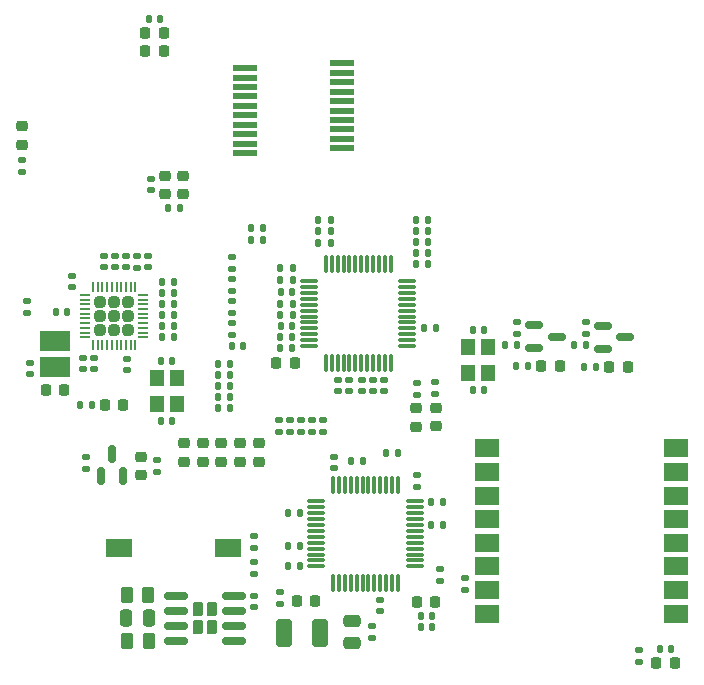
<source format=gbr>
%TF.GenerationSoftware,KiCad,Pcbnew,8.0.4*%
%TF.CreationDate,2025-11-09T23:28:19-03:00*%
%TF.ProjectId,sfp_moduloIC,7366705f-6d6f-4647-956c-6f49432e6b69,v2.0*%
%TF.SameCoordinates,Original*%
%TF.FileFunction,Paste,Top*%
%TF.FilePolarity,Positive*%
%FSLAX46Y46*%
G04 Gerber Fmt 4.6, Leading zero omitted, Abs format (unit mm)*
G04 Created by KiCad (PCBNEW 8.0.4) date 2025-11-09 23:28:19*
%MOMM*%
%LPD*%
G01*
G04 APERTURE LIST*
G04 Aperture macros list*
%AMRoundRect*
0 Rectangle with rounded corners*
0 $1 Rounding radius*
0 $2 $3 $4 $5 $6 $7 $8 $9 X,Y pos of 4 corners*
0 Add a 4 corners polygon primitive as box body*
4,1,4,$2,$3,$4,$5,$6,$7,$8,$9,$2,$3,0*
0 Add four circle primitives for the rounded corners*
1,1,$1+$1,$2,$3*
1,1,$1+$1,$4,$5*
1,1,$1+$1,$6,$7*
1,1,$1+$1,$8,$9*
0 Add four rect primitives between the rounded corners*
20,1,$1+$1,$2,$3,$4,$5,0*
20,1,$1+$1,$4,$5,$6,$7,0*
20,1,$1+$1,$6,$7,$8,$9,0*
20,1,$1+$1,$8,$9,$2,$3,0*%
G04 Aperture macros list end*
%ADD10RoundRect,0.140000X-0.140000X-0.170000X0.140000X-0.170000X0.140000X0.170000X-0.140000X0.170000X0*%
%ADD11RoundRect,0.140000X-0.170000X0.140000X-0.170000X-0.140000X0.170000X-0.140000X0.170000X0.140000X0*%
%ADD12RoundRect,0.150000X-0.587500X-0.150000X0.587500X-0.150000X0.587500X0.150000X-0.587500X0.150000X0*%
%ADD13RoundRect,0.140000X0.140000X0.170000X-0.140000X0.170000X-0.140000X-0.170000X0.140000X-0.170000X0*%
%ADD14RoundRect,0.218750X0.218750X0.256250X-0.218750X0.256250X-0.218750X-0.256250X0.218750X-0.256250X0*%
%ADD15RoundRect,0.242500X-0.242500X0.242500X-0.242500X-0.242500X0.242500X-0.242500X0.242500X0.242500X0*%
%ADD16RoundRect,0.062500X-0.062500X0.350000X-0.062500X-0.350000X0.062500X-0.350000X0.062500X0.350000X0*%
%ADD17RoundRect,0.062500X-0.350000X0.062500X-0.350000X-0.062500X0.350000X-0.062500X0.350000X0.062500X0*%
%ADD18RoundRect,0.218750X-0.256250X0.218750X-0.256250X-0.218750X0.256250X-0.218750X0.256250X0.218750X0*%
%ADD19RoundRect,0.135000X0.135000X0.185000X-0.135000X0.185000X-0.135000X-0.185000X0.135000X-0.185000X0*%
%ADD20RoundRect,0.135000X-0.185000X0.135000X-0.185000X-0.135000X0.185000X-0.135000X0.185000X0.135000X0*%
%ADD21RoundRect,0.250000X0.412500X0.925000X-0.412500X0.925000X-0.412500X-0.925000X0.412500X-0.925000X0*%
%ADD22RoundRect,0.140000X0.170000X-0.140000X0.170000X0.140000X-0.170000X0.140000X-0.170000X-0.140000X0*%
%ADD23RoundRect,0.135000X-0.135000X-0.185000X0.135000X-0.185000X0.135000X0.185000X-0.135000X0.185000X0*%
%ADD24RoundRect,0.135000X0.185000X-0.135000X0.185000X0.135000X-0.185000X0.135000X-0.185000X-0.135000X0*%
%ADD25RoundRect,0.250000X0.475000X-0.250000X0.475000X0.250000X-0.475000X0.250000X-0.475000X-0.250000X0*%
%ADD26RoundRect,0.225000X0.225000X0.250000X-0.225000X0.250000X-0.225000X-0.250000X0.225000X-0.250000X0*%
%ADD27RoundRect,0.218750X0.256250X-0.218750X0.256250X0.218750X-0.256250X0.218750X-0.256250X-0.218750X0*%
%ADD28RoundRect,0.150000X0.150000X-0.587500X0.150000X0.587500X-0.150000X0.587500X-0.150000X-0.587500X0*%
%ADD29RoundRect,0.225000X-0.225000X-0.250000X0.225000X-0.250000X0.225000X0.250000X-0.225000X0.250000X0*%
%ADD30R,2.000000X0.500000*%
%ADD31RoundRect,0.250000X0.262500X0.450000X-0.262500X0.450000X-0.262500X-0.450000X0.262500X-0.450000X0*%
%ADD32R,1.200000X1.400000*%
%ADD33R,2.000000X1.500000*%
%ADD34RoundRect,0.250000X-0.262500X-0.450000X0.262500X-0.450000X0.262500X0.450000X-0.262500X0.450000X0*%
%ADD35RoundRect,0.230000X-0.230000X-0.375000X0.230000X-0.375000X0.230000X0.375000X-0.230000X0.375000X0*%
%ADD36RoundRect,0.150000X-0.825000X-0.150000X0.825000X-0.150000X0.825000X0.150000X-0.825000X0.150000X0*%
%ADD37RoundRect,0.225000X-0.250000X0.225000X-0.250000X-0.225000X0.250000X-0.225000X0.250000X0.225000X0*%
%ADD38R,2.180000X1.600000*%
%ADD39R,2.650000X1.800000*%
%ADD40RoundRect,0.250000X-0.250000X-0.475000X0.250000X-0.475000X0.250000X0.475000X-0.250000X0.475000X0*%
%ADD41RoundRect,0.075000X0.075000X-0.662500X0.075000X0.662500X-0.075000X0.662500X-0.075000X-0.662500X0*%
%ADD42RoundRect,0.075000X0.662500X-0.075000X0.662500X0.075000X-0.662500X0.075000X-0.662500X-0.075000X0*%
%ADD43RoundRect,0.075000X-0.662500X-0.075000X0.662500X-0.075000X0.662500X0.075000X-0.662500X0.075000X0*%
%ADD44RoundRect,0.075000X-0.075000X-0.662500X0.075000X-0.662500X0.075000X0.662500X-0.075000X0.662500X0*%
G04 APERTURE END LIST*
D10*
%TO.C,C37*%
X150570001Y-104300000D03*
X151530001Y-104300000D03*
%TD*%
D11*
%TO.C,C13*%
X147442501Y-84250000D03*
X147442501Y-85210000D03*
%TD*%
D12*
%TO.C,Q3*%
X160181701Y-79660750D03*
X160181701Y-81560750D03*
X162056701Y-80610750D03*
%TD*%
D13*
%TO.C,C9*%
X139630001Y-81610000D03*
X138670001Y-81610000D03*
%TD*%
D10*
%TO.C,C35*%
X128690001Y-79695000D03*
X129650001Y-79695000D03*
%TD*%
%TO.C,C19*%
X128690001Y-75995000D03*
X129650001Y-75995000D03*
%TD*%
D14*
%TO.C,D11*%
X168104201Y-83155750D03*
X166529201Y-83155750D03*
%TD*%
D15*
%TO.C,U4*%
X125802501Y-77665000D03*
X124602501Y-77665000D03*
X123402501Y-77665000D03*
X125802501Y-78865000D03*
X124602501Y-78865000D03*
X123402501Y-78865000D03*
X125802501Y-80065000D03*
X124602501Y-80065000D03*
X123402501Y-80065000D03*
D16*
X126402501Y-76427500D03*
X126002501Y-76427500D03*
X125602501Y-76427500D03*
X125202501Y-76427500D03*
X124802501Y-76427500D03*
X124402501Y-76427500D03*
X124002501Y-76427500D03*
X123602501Y-76427500D03*
X123202501Y-76427500D03*
X122802501Y-76427500D03*
D17*
X122165001Y-77065000D03*
X122165001Y-77465000D03*
X122165001Y-77865000D03*
X122165001Y-78265000D03*
X122165001Y-78665000D03*
X122165001Y-79065000D03*
X122165001Y-79465000D03*
X122165001Y-79865000D03*
X122165001Y-80265000D03*
X122165001Y-80665000D03*
D16*
X122802501Y-81302500D03*
X123202501Y-81302500D03*
X123602501Y-81302500D03*
X124002501Y-81302500D03*
X124402501Y-81302500D03*
X124802501Y-81302500D03*
X125202501Y-81302500D03*
X125602501Y-81302500D03*
X126002501Y-81302500D03*
X126402501Y-81302500D03*
D17*
X127040001Y-80665000D03*
X127040001Y-80265000D03*
X127040001Y-79865000D03*
X127040001Y-79465000D03*
X127040001Y-79065000D03*
X127040001Y-78665000D03*
X127040001Y-78265000D03*
X127040001Y-77865000D03*
X127040001Y-77465000D03*
X127040001Y-77065000D03*
%TD*%
D13*
%TO.C,C46*%
X122685001Y-86410000D03*
X121725001Y-86410000D03*
%TD*%
D18*
%TO.C,D10*%
X130480001Y-89615000D03*
X130480001Y-91190000D03*
%TD*%
D10*
%TO.C,C3*%
X154940001Y-85140000D03*
X155900001Y-85140000D03*
%TD*%
D19*
%TO.C,R16*%
X142920001Y-71690000D03*
X141900001Y-71690000D03*
%TD*%
D20*
%TO.C,R52*%
X164524201Y-79390750D03*
X164524201Y-80410750D03*
%TD*%
D21*
%TO.C,C14*%
X142043036Y-105666266D03*
X138968036Y-105666266D03*
%TD*%
D13*
%TO.C,C4*%
X155900001Y-80010000D03*
X154940001Y-80010000D03*
%TD*%
D20*
%TO.C,R40*%
X139490001Y-87670000D03*
X139490001Y-88690000D03*
%TD*%
D22*
%TO.C,C47*%
X136460001Y-98490000D03*
X136460001Y-97530000D03*
%TD*%
D13*
%TO.C,C2*%
X139690001Y-76820000D03*
X138730001Y-76820000D03*
%TD*%
D19*
%TO.C,R17*%
X142920001Y-72640000D03*
X141900001Y-72640000D03*
%TD*%
%TO.C,R57*%
X164574201Y-81300750D03*
X163554201Y-81300750D03*
%TD*%
D22*
%TO.C,C26*%
X123730001Y-74710000D03*
X123730001Y-73750000D03*
%TD*%
D23*
%TO.C,R29*%
X138620001Y-80660000D03*
X139640001Y-80660000D03*
%TD*%
D18*
%TO.C,D6*%
X136880001Y-89622500D03*
X136880001Y-91197500D03*
%TD*%
D20*
%TO.C,R27*%
X134595500Y-75764501D03*
X134595500Y-76784501D03*
%TD*%
D23*
%TO.C,R12*%
X150150001Y-72610000D03*
X151170001Y-72610000D03*
%TD*%
D13*
%TO.C,C5*%
X139690001Y-79730000D03*
X138730001Y-79730000D03*
%TD*%
D14*
%TO.C,D4*%
X141643036Y-102966266D03*
X140068036Y-102966266D03*
%TD*%
D18*
%TO.C,D8*%
X133680001Y-89622500D03*
X133680001Y-91197500D03*
%TD*%
D20*
%TO.C,R24*%
X151798801Y-84487600D03*
X151798801Y-85507600D03*
%TD*%
D10*
%TO.C,C23*%
X134540001Y-81390000D03*
X135500001Y-81390000D03*
%TD*%
D18*
%TO.C,D5*%
X126910001Y-90762500D03*
X126910001Y-92337500D03*
%TD*%
D24*
%TO.C,R26*%
X134595500Y-80504501D03*
X134595500Y-79484501D03*
%TD*%
D18*
%TO.C,D9*%
X132080001Y-89622500D03*
X132080001Y-91197500D03*
%TD*%
D11*
%TO.C,C52*%
X169070536Y-107176266D03*
X169070536Y-108136266D03*
%TD*%
D19*
%TO.C,R21*%
X139700001Y-77850000D03*
X138680001Y-77850000D03*
%TD*%
D13*
%TO.C,C32*%
X140297501Y-100010000D03*
X139337501Y-100010000D03*
%TD*%
D25*
%TO.C,C16*%
X144755536Y-106566266D03*
X144755536Y-104666266D03*
%TD*%
D20*
%TO.C,R43*%
X142320001Y-87660000D03*
X142320001Y-88680000D03*
%TD*%
D11*
%TO.C,C6*%
X143532501Y-84250000D03*
X143532501Y-85210000D03*
%TD*%
D10*
%TO.C,C40*%
X150570001Y-105220000D03*
X151530001Y-105220000D03*
%TD*%
D26*
%TO.C,C49*%
X128785001Y-54940000D03*
X127235001Y-54940000D03*
%TD*%
D27*
%TO.C,L3*%
X130470001Y-68550000D03*
X130470001Y-66975000D03*
%TD*%
D19*
%TO.C,R59*%
X158734201Y-81300750D03*
X157714201Y-81300750D03*
%TD*%
%TO.C,R58*%
X159614201Y-83090750D03*
X158594201Y-83090750D03*
%TD*%
D20*
%TO.C,R41*%
X140430001Y-87660000D03*
X140430001Y-88680000D03*
%TD*%
D11*
%TO.C,C17*%
X136447501Y-102533750D03*
X136447501Y-103493750D03*
%TD*%
D28*
%TO.C,Q1*%
X123470001Y-92427500D03*
X125370001Y-92427500D03*
X124420001Y-90552500D03*
%TD*%
D14*
%TO.C,D12*%
X162319201Y-83110750D03*
X160744201Y-83110750D03*
%TD*%
D23*
%TO.C,R48*%
X151450001Y-96590000D03*
X152470001Y-96590000D03*
%TD*%
D11*
%TO.C,C38*%
X125670001Y-82500000D03*
X125670001Y-83460000D03*
%TD*%
D10*
%TO.C,C21*%
X128690001Y-77845000D03*
X129650001Y-77845000D03*
%TD*%
D29*
%TO.C,C54*%
X170500536Y-108246266D03*
X172050536Y-108246266D03*
%TD*%
D11*
%TO.C,C33*%
X122910001Y-82400000D03*
X122910001Y-83360000D03*
%TD*%
D30*
%TO.C,J6*%
X143915001Y-64670000D03*
X143915001Y-63870000D03*
X143915001Y-63070000D03*
X143915001Y-62270000D03*
X143915001Y-61470000D03*
X143915001Y-60670000D03*
X143915001Y-59870000D03*
X143915001Y-59070000D03*
X143915001Y-58270000D03*
X143915001Y-57470000D03*
X135715001Y-57870000D03*
X135715001Y-58670000D03*
X135715001Y-59470000D03*
X135715001Y-60270000D03*
X135715001Y-61070000D03*
X135715001Y-61870000D03*
X135715001Y-62670000D03*
X135715001Y-63470000D03*
X135715001Y-64270000D03*
X135715001Y-65070000D03*
%TD*%
D29*
%TO.C,C43*%
X150205001Y-103100000D03*
X151755001Y-103100000D03*
%TD*%
D10*
%TO.C,C24*%
X128540001Y-87760000D03*
X129500001Y-87760000D03*
%TD*%
D27*
%TO.C,D1*%
X150190001Y-88230000D03*
X150190001Y-86655000D03*
%TD*%
D31*
%TO.C,R1*%
X127510001Y-106350000D03*
X125685001Y-106350000D03*
%TD*%
D19*
%TO.C,R22*%
X139700001Y-78800000D03*
X138680001Y-78800000D03*
%TD*%
D10*
%TO.C,C22*%
X128690001Y-78775000D03*
X129650001Y-78775000D03*
%TD*%
D19*
%TO.C,R34*%
X134370001Y-82900000D03*
X133350001Y-82900000D03*
%TD*%
D18*
%TO.C,D7*%
X135280001Y-89620000D03*
X135280001Y-91195000D03*
%TD*%
D32*
%TO.C,Y2*%
X128240001Y-84100000D03*
X128240001Y-86300000D03*
X129940001Y-86300000D03*
X129940001Y-84100000D03*
%TD*%
D23*
%TO.C,R10*%
X150150001Y-74500000D03*
X151170001Y-74500000D03*
%TD*%
D19*
%TO.C,R7*%
X148605201Y-90475600D03*
X147585201Y-90475600D03*
%TD*%
%TO.C,R55*%
X137210001Y-71440000D03*
X136190001Y-71440000D03*
%TD*%
D22*
%TO.C,C29*%
X125580001Y-74720000D03*
X125580001Y-73760000D03*
%TD*%
D10*
%TO.C,C1*%
X150852501Y-79910000D03*
X151812501Y-79910000D03*
%TD*%
D33*
%TO.C,U5*%
X172160001Y-104070000D03*
X172160001Y-102070000D03*
X172160001Y-100070000D03*
X172160001Y-98070000D03*
X172160001Y-96070000D03*
X172160001Y-94070000D03*
X172160001Y-92070000D03*
X172160001Y-90070000D03*
X156160001Y-90070000D03*
X156160001Y-92070000D03*
X156160001Y-94070000D03*
X156160001Y-96070000D03*
X156160001Y-98070000D03*
X156160001Y-100070000D03*
X156160001Y-102070000D03*
X156160001Y-104070000D03*
%TD*%
D34*
%TO.C,R18*%
X125677501Y-102470000D03*
X127502501Y-102470000D03*
%TD*%
D10*
%TO.C,C27*%
X128690001Y-80625000D03*
X129650001Y-80625000D03*
%TD*%
D20*
%TO.C,R42*%
X141370001Y-87660000D03*
X141370001Y-88680000D03*
%TD*%
D19*
%TO.C,R20*%
X139700001Y-75790000D03*
X138680001Y-75790000D03*
%TD*%
%TO.C,R19*%
X139700001Y-74830000D03*
X138680001Y-74830000D03*
%TD*%
D14*
%TO.C,L2*%
X128797501Y-56400000D03*
X127222501Y-56400000D03*
%TD*%
D11*
%TO.C,C34*%
X147127501Y-102900000D03*
X147127501Y-103860000D03*
%TD*%
D23*
%TO.C,R14*%
X150150001Y-70720000D03*
X151170001Y-70720000D03*
%TD*%
D20*
%TO.C,R9*%
X152220001Y-100310000D03*
X152220001Y-101330000D03*
%TD*%
%TO.C,R33*%
X122240001Y-90822500D03*
X122240001Y-91842500D03*
%TD*%
D22*
%TO.C,C28*%
X143180001Y-91730000D03*
X143180001Y-90770000D03*
%TD*%
D19*
%TO.C,R35*%
X134380001Y-83860000D03*
X133360001Y-83860000D03*
%TD*%
%TO.C,R32*%
X140310001Y-95550000D03*
X139290001Y-95550000D03*
%TD*%
D24*
%TO.C,R46*%
X126520001Y-74770000D03*
X126520001Y-73750000D03*
%TD*%
%TO.C,R44*%
X128210001Y-92060000D03*
X128210001Y-91040000D03*
%TD*%
D27*
%TO.C,D2*%
X151808801Y-88195100D03*
X151808801Y-86620100D03*
%TD*%
D32*
%TO.C,Y1*%
X154570001Y-81470000D03*
X154570001Y-83670000D03*
X156270001Y-83670000D03*
X156270001Y-81470000D03*
%TD*%
D24*
%TO.C,R25*%
X134605500Y-74914501D03*
X134605500Y-73894501D03*
%TD*%
D11*
%TO.C,C41*%
X121970001Y-82400000D03*
X121970001Y-83360000D03*
%TD*%
D19*
%TO.C,R36*%
X134390001Y-84800000D03*
X133370001Y-84800000D03*
%TD*%
%TO.C,R54*%
X137210001Y-72390000D03*
X136190001Y-72390000D03*
%TD*%
D35*
%TO.C,U1*%
X131710001Y-103690000D03*
X131710001Y-105190000D03*
X132850001Y-103690000D03*
X132850001Y-105190000D03*
D36*
X129805001Y-102535000D03*
X129805001Y-103805000D03*
X129805001Y-105075000D03*
X129805001Y-106345000D03*
X134755001Y-106345000D03*
X134755001Y-105075000D03*
X134755001Y-103805000D03*
X134755001Y-102535000D03*
%TD*%
D37*
%TO.C,C56*%
X128920001Y-66987500D03*
X128920001Y-68537500D03*
%TD*%
D13*
%TO.C,C25*%
X129500001Y-82640000D03*
X128540001Y-82640000D03*
%TD*%
D11*
%TO.C,C7*%
X144452501Y-84240000D03*
X144452501Y-85200000D03*
%TD*%
D13*
%TO.C,C50*%
X128500001Y-53750000D03*
X127540001Y-53750000D03*
%TD*%
D12*
%TO.C,Q2*%
X165984201Y-79730750D03*
X165984201Y-81630750D03*
X167859201Y-80680750D03*
%TD*%
D10*
%TO.C,C30*%
X151467501Y-94620000D03*
X152427501Y-94620000D03*
%TD*%
D19*
%TO.C,R47*%
X140310001Y-98330000D03*
X139290001Y-98330000D03*
%TD*%
%TO.C,R51*%
X145709601Y-91136000D03*
X144689601Y-91136000D03*
%TD*%
D13*
%TO.C,C53*%
X130150001Y-69722500D03*
X129190001Y-69722500D03*
%TD*%
D22*
%TO.C,C36*%
X121018801Y-76420000D03*
X121018801Y-75460000D03*
%TD*%
D29*
%TO.C,C48*%
X123820001Y-86390000D03*
X125370001Y-86390000D03*
%TD*%
D19*
%TO.C,R37*%
X134400001Y-85750000D03*
X133380001Y-85750000D03*
%TD*%
D20*
%TO.C,R49*%
X136450001Y-99720000D03*
X136450001Y-100740000D03*
%TD*%
D38*
%TO.C,SW1*%
X125040001Y-98500000D03*
X134220001Y-98500000D03*
%TD*%
D19*
%TO.C,R53*%
X165404201Y-83160750D03*
X164384201Y-83160750D03*
%TD*%
D24*
%TO.C,R31*%
X138655536Y-103226266D03*
X138655536Y-102206266D03*
%TD*%
D22*
%TO.C,C31*%
X127450001Y-74720000D03*
X127450001Y-73760000D03*
%TD*%
D20*
%TO.C,R23*%
X150228801Y-84507600D03*
X150228801Y-85527600D03*
%TD*%
D10*
%TO.C,C20*%
X128690001Y-76915000D03*
X129650001Y-76915000D03*
%TD*%
D23*
%TO.C,R13*%
X150150001Y-71660000D03*
X151170001Y-71660000D03*
%TD*%
D22*
%TO.C,C18*%
X146405536Y-106096266D03*
X146405536Y-105136266D03*
%TD*%
D20*
%TO.C,R45*%
X117190001Y-77600000D03*
X117190001Y-78620000D03*
%TD*%
D11*
%TO.C,C55*%
X127730001Y-67242500D03*
X127730001Y-68202500D03*
%TD*%
D20*
%TO.C,R8*%
X150250001Y-92290000D03*
X150250001Y-93310000D03*
%TD*%
D19*
%TO.C,R15*%
X142920001Y-70750000D03*
X141900001Y-70750000D03*
%TD*%
D39*
%TO.C,L1*%
X119610001Y-83210000D03*
X119610001Y-81010000D03*
%TD*%
D11*
%TO.C,C15*%
X145582501Y-84252500D03*
X145582501Y-85212500D03*
%TD*%
D20*
%TO.C,R28*%
X134595500Y-77624501D03*
X134595500Y-78644501D03*
%TD*%
D24*
%TO.C,R50*%
X154270001Y-102060000D03*
X154270001Y-101040000D03*
%TD*%
D26*
%TO.C,C10*%
X139880001Y-82800000D03*
X138330001Y-82800000D03*
%TD*%
D20*
%TO.C,R30*%
X116830536Y-65643766D03*
X116830536Y-66663766D03*
%TD*%
D40*
%TO.C,C12*%
X125645001Y-104420000D03*
X127545001Y-104420000D03*
%TD*%
D41*
%TO.C,U3*%
X143130001Y-101472500D03*
X143630001Y-101472500D03*
X144130001Y-101472500D03*
X144630001Y-101472500D03*
X145130001Y-101472500D03*
X145630001Y-101472500D03*
X146130001Y-101472500D03*
X146630001Y-101472500D03*
X147130001Y-101472500D03*
X147630001Y-101472500D03*
X148130001Y-101472500D03*
X148630001Y-101472500D03*
D42*
X150042501Y-100060000D03*
X150042501Y-99560000D03*
X150042501Y-99060000D03*
X150042501Y-98560000D03*
X150042501Y-98060000D03*
X150042501Y-97560000D03*
X150042501Y-97060000D03*
X150042501Y-96560000D03*
X150042501Y-96060000D03*
X150042501Y-95560000D03*
X150042501Y-95060000D03*
X150042501Y-94560000D03*
D41*
X148630001Y-93147500D03*
X148130001Y-93147500D03*
X147630001Y-93147500D03*
X147130001Y-93147500D03*
X146630001Y-93147500D03*
X146130001Y-93147500D03*
X145630001Y-93147500D03*
X145130001Y-93147500D03*
X144630001Y-93147500D03*
X144130001Y-93147500D03*
X143630001Y-93147500D03*
X143130001Y-93147500D03*
D42*
X141717501Y-94560000D03*
X141717501Y-95060000D03*
X141717501Y-95560000D03*
X141717501Y-96060000D03*
X141717501Y-96560000D03*
X141717501Y-97060000D03*
X141717501Y-97560000D03*
X141717501Y-98060000D03*
X141717501Y-98560000D03*
X141717501Y-99060000D03*
X141717501Y-99560000D03*
X141717501Y-100060000D03*
%TD*%
D19*
%TO.C,R38*%
X134410001Y-86690000D03*
X133390001Y-86690000D03*
%TD*%
D13*
%TO.C,C44*%
X120605536Y-78506266D03*
X119645536Y-78506266D03*
%TD*%
D43*
%TO.C,U2*%
X141110001Y-75910000D03*
X141110001Y-76410000D03*
X141110001Y-76910000D03*
X141110001Y-77410000D03*
X141110001Y-77910000D03*
X141110001Y-78410000D03*
X141110001Y-78910000D03*
X141110001Y-79410000D03*
X141110001Y-79910000D03*
X141110001Y-80410000D03*
X141110001Y-80910000D03*
X141110001Y-81410000D03*
D44*
X142522501Y-82822500D03*
X143022501Y-82822500D03*
X143522501Y-82822500D03*
X144022501Y-82822500D03*
X144522501Y-82822500D03*
X145022501Y-82822500D03*
X145522501Y-82822500D03*
X146022501Y-82822500D03*
X146522501Y-82822500D03*
X147022501Y-82822500D03*
X147522501Y-82822500D03*
X148022501Y-82822500D03*
D43*
X149435001Y-81410000D03*
X149435001Y-80910000D03*
X149435001Y-80410000D03*
X149435001Y-79910000D03*
X149435001Y-79410000D03*
X149435001Y-78910000D03*
X149435001Y-78410000D03*
X149435001Y-77910000D03*
X149435001Y-77410000D03*
X149435001Y-76910000D03*
X149435001Y-76410000D03*
X149435001Y-75910000D03*
D44*
X148022501Y-74497500D03*
X147522501Y-74497500D03*
X147022501Y-74497500D03*
X146522501Y-74497500D03*
X146022501Y-74497500D03*
X145522501Y-74497500D03*
X145022501Y-74497500D03*
X144522501Y-74497500D03*
X144022501Y-74497500D03*
X143522501Y-74497500D03*
X143022501Y-74497500D03*
X142522501Y-74497500D03*
%TD*%
D23*
%TO.C,R11*%
X150150001Y-73560000D03*
X151170001Y-73560000D03*
%TD*%
D20*
%TO.C,R56*%
X158721701Y-79380750D03*
X158721701Y-80400750D03*
%TD*%
%TO.C,R39*%
X138550001Y-87660000D03*
X138550001Y-88680000D03*
%TD*%
D10*
%TO.C,C51*%
X170825536Y-107016266D03*
X171785536Y-107016266D03*
%TD*%
D11*
%TO.C,C8*%
X146512501Y-84250000D03*
X146512501Y-85210000D03*
%TD*%
D18*
%TO.C,D3*%
X116830536Y-62816266D03*
X116830536Y-64391266D03*
%TD*%
D11*
%TO.C,C39*%
X117490001Y-82820000D03*
X117490001Y-83780000D03*
%TD*%
D26*
%TO.C,C42*%
X120375001Y-85140000D03*
X118825001Y-85140000D03*
%TD*%
D22*
%TO.C,C45*%
X124660001Y-74720000D03*
X124660001Y-73760000D03*
%TD*%
M02*

</source>
